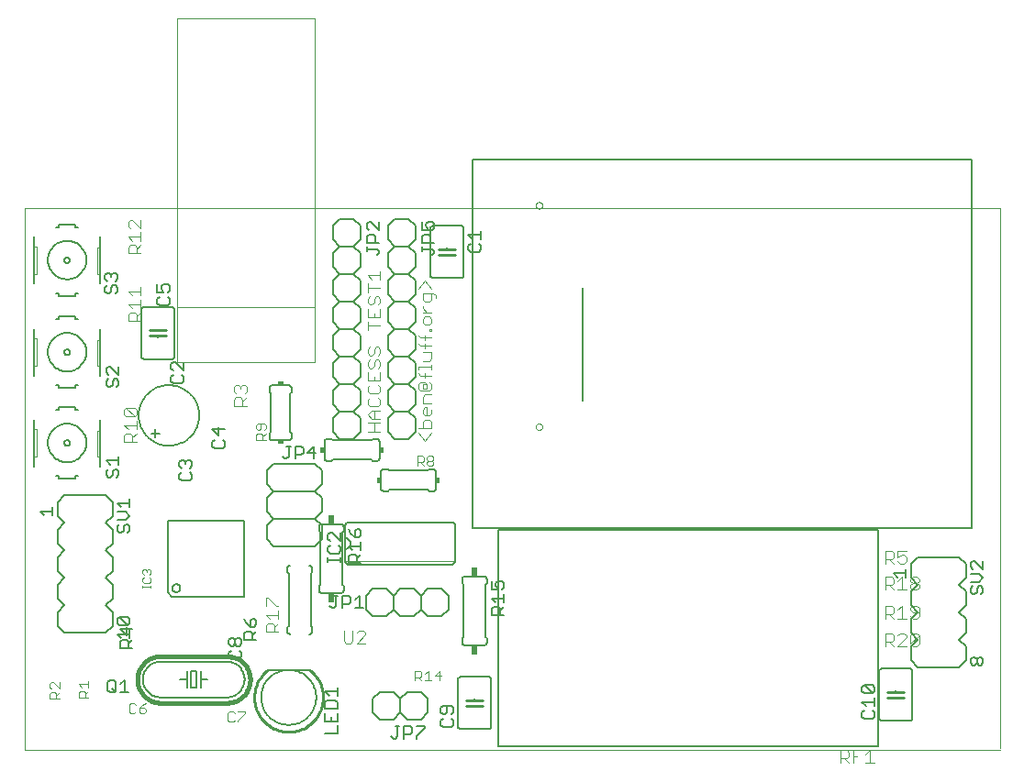
<source format=gto>
G75*
%MOIN*%
%OFA0B0*%
%FSLAX24Y24*%
%IPPOS*%
%LPD*%
%AMOC8*
5,1,8,0,0,1.08239X$1,22.5*
%
%ADD10C,0.0000*%
%ADD11C,0.0040*%
%ADD12C,0.0060*%
%ADD13C,0.0100*%
%ADD14C,0.0050*%
%ADD15C,0.0080*%
%ADD16C,0.0160*%
%ADD17C,0.0030*%
%ADD18R,0.0150X0.0200*%
%ADD19R,0.0200X0.0150*%
%ADD20C,0.0020*%
%ADD21R,0.0240X0.0340*%
D10*
X000280Y001107D02*
X035713Y001107D01*
X035713Y001157D02*
X035713Y020792D01*
X000280Y020792D01*
X000280Y001107D01*
X005830Y015207D02*
X010830Y015207D01*
X010830Y017207D01*
X010830Y027707D01*
X005830Y027707D01*
X005830Y017207D01*
X010830Y017207D01*
X005830Y017207D02*
X005830Y015207D01*
X018858Y012845D02*
X018860Y012866D01*
X018866Y012886D01*
X018875Y012906D01*
X018887Y012923D01*
X018902Y012937D01*
X018920Y012949D01*
X018940Y012957D01*
X018960Y012962D01*
X018981Y012963D01*
X019002Y012960D01*
X019022Y012954D01*
X019041Y012943D01*
X019058Y012930D01*
X019071Y012914D01*
X019082Y012896D01*
X019090Y012876D01*
X019094Y012856D01*
X019094Y012834D01*
X019090Y012814D01*
X019082Y012794D01*
X019071Y012776D01*
X019058Y012760D01*
X019041Y012747D01*
X019022Y012736D01*
X019002Y012730D01*
X018981Y012727D01*
X018960Y012728D01*
X018940Y012733D01*
X018920Y012741D01*
X018902Y012753D01*
X018887Y012767D01*
X018875Y012784D01*
X018866Y012804D01*
X018860Y012824D01*
X018858Y012845D01*
X018858Y020896D02*
X018860Y020917D01*
X018866Y020937D01*
X018875Y020957D01*
X018887Y020974D01*
X018902Y020988D01*
X018920Y021000D01*
X018940Y021008D01*
X018960Y021013D01*
X018981Y021014D01*
X019002Y021011D01*
X019022Y021005D01*
X019041Y020994D01*
X019058Y020981D01*
X019071Y020965D01*
X019082Y020947D01*
X019090Y020927D01*
X019094Y020907D01*
X019094Y020885D01*
X019090Y020865D01*
X019082Y020845D01*
X019071Y020827D01*
X019058Y020811D01*
X019041Y020798D01*
X019022Y020787D01*
X019002Y020781D01*
X018981Y020778D01*
X018960Y020779D01*
X018940Y020784D01*
X018920Y020792D01*
X018902Y020804D01*
X018887Y020818D01*
X018875Y020835D01*
X018866Y020855D01*
X018860Y020875D01*
X018858Y020896D01*
D11*
X015060Y017852D02*
X014830Y018159D01*
X014600Y017852D01*
X014753Y017698D02*
X014753Y017468D01*
X014830Y017391D01*
X014983Y017391D01*
X015060Y017468D01*
X015060Y017698D01*
X015137Y017698D02*
X014753Y017698D01*
X015137Y017698D02*
X015213Y017621D01*
X015213Y017545D01*
X014753Y017238D02*
X014753Y017161D01*
X014907Y017008D01*
X015060Y017008D02*
X014753Y017008D01*
X014830Y016854D02*
X014753Y016777D01*
X014753Y016624D01*
X014830Y016547D01*
X014983Y016547D01*
X015060Y016624D01*
X015060Y016777D01*
X014983Y016854D01*
X014830Y016854D01*
X014983Y016394D02*
X015060Y016394D01*
X015060Y016317D01*
X014983Y016317D01*
X014983Y016394D01*
X014830Y016164D02*
X014830Y016010D01*
X014830Y015857D02*
X014830Y015703D01*
X014753Y015550D02*
X015060Y015550D01*
X015060Y015319D01*
X014983Y015243D01*
X014753Y015243D01*
X014600Y015013D02*
X015060Y015013D01*
X015060Y015089D02*
X015060Y014936D01*
X015060Y014706D02*
X014676Y014706D01*
X014600Y014782D01*
X014600Y014936D02*
X014600Y015013D01*
X014830Y014782D02*
X014830Y014629D01*
X014830Y014475D02*
X014907Y014399D01*
X014753Y014399D01*
X014753Y014245D01*
X014907Y014245D01*
X014907Y014399D01*
X014983Y014475D02*
X015060Y014399D01*
X015060Y014245D01*
X014983Y014168D01*
X014676Y014168D01*
X014600Y014245D01*
X014600Y014399D01*
X014676Y014475D01*
X014830Y014475D01*
X014830Y014015D02*
X014753Y013938D01*
X014753Y013708D01*
X015060Y013708D01*
X014907Y013555D02*
X014907Y013248D01*
X014983Y013248D02*
X014830Y013248D01*
X014753Y013324D01*
X014753Y013478D01*
X014830Y013555D01*
X014907Y013555D01*
X015060Y013478D02*
X015060Y013324D01*
X014983Y013248D01*
X014983Y013094D02*
X014830Y013094D01*
X014753Y013018D01*
X014753Y012787D01*
X014600Y012787D02*
X015060Y012787D01*
X015060Y013018D01*
X014983Y013094D01*
X015060Y012634D02*
X014830Y012327D01*
X014600Y012634D01*
X014550Y011787D02*
X014725Y011787D01*
X014784Y011729D01*
X014784Y011612D01*
X014725Y011554D01*
X014550Y011554D01*
X014667Y011554D02*
X014784Y011437D01*
X014909Y011495D02*
X014909Y011554D01*
X014967Y011612D01*
X015084Y011612D01*
X015143Y011554D01*
X015143Y011495D01*
X015084Y011437D01*
X014967Y011437D01*
X014909Y011495D01*
X014967Y011612D02*
X014909Y011670D01*
X014909Y011729D01*
X014967Y011787D01*
X015084Y011787D01*
X015143Y011729D01*
X015143Y011670D01*
X015084Y011612D01*
X014550Y011437D02*
X014550Y011787D01*
X013210Y012677D02*
X012750Y012677D01*
X012980Y012677D02*
X012980Y012984D01*
X012980Y013137D02*
X012980Y013444D01*
X012903Y013444D02*
X013210Y013444D01*
X013133Y013598D02*
X013210Y013674D01*
X013210Y013828D01*
X013133Y013905D01*
X013133Y014058D02*
X013210Y014135D01*
X013210Y014288D01*
X013133Y014365D01*
X013210Y014518D02*
X012750Y014518D01*
X012750Y014825D01*
X012826Y014979D02*
X012903Y014979D01*
X012980Y015056D01*
X012980Y015209D01*
X013057Y015286D01*
X013133Y015286D01*
X013210Y015209D01*
X013210Y015056D01*
X013133Y014979D01*
X013210Y014825D02*
X013210Y014518D01*
X012980Y014518D02*
X012980Y014672D01*
X012826Y014979D02*
X012750Y015056D01*
X012750Y015209D01*
X012826Y015286D01*
X012826Y015439D02*
X012903Y015439D01*
X012980Y015516D01*
X012980Y015669D01*
X013057Y015746D01*
X013133Y015746D01*
X013210Y015669D01*
X013210Y015516D01*
X013133Y015439D01*
X012826Y015439D02*
X012750Y015516D01*
X012750Y015669D01*
X012826Y015746D01*
X012750Y016360D02*
X012750Y016667D01*
X012750Y016820D02*
X013210Y016820D01*
X013210Y017127D01*
X013133Y017281D02*
X013210Y017358D01*
X013210Y017511D01*
X013133Y017588D01*
X013057Y017588D01*
X012980Y017511D01*
X012980Y017358D01*
X012903Y017281D01*
X012826Y017281D01*
X012750Y017358D01*
X012750Y017511D01*
X012826Y017588D01*
X012750Y017741D02*
X012750Y018048D01*
X012750Y017895D02*
X013210Y017895D01*
X013210Y018202D02*
X013210Y018509D01*
X013210Y018355D02*
X012750Y018355D01*
X012903Y018202D01*
X012750Y017127D02*
X012750Y016820D01*
X012980Y016820D02*
X012980Y016974D01*
X013210Y016514D02*
X012750Y016514D01*
X014600Y016164D02*
X014676Y016087D01*
X015060Y016087D01*
X015060Y015780D02*
X014676Y015780D01*
X014600Y015857D01*
X012826Y014365D02*
X012750Y014288D01*
X012750Y014135D01*
X012826Y014058D01*
X013133Y014058D01*
X012826Y013905D02*
X012750Y013828D01*
X012750Y013674D01*
X012826Y013598D01*
X013133Y013598D01*
X012903Y013444D02*
X012750Y013291D01*
X012903Y013137D01*
X013210Y013137D01*
X013210Y012984D02*
X012750Y012984D01*
X014830Y014015D02*
X015060Y014015D01*
X009050Y012911D02*
X008992Y012970D01*
X008758Y012970D01*
X008700Y012911D01*
X008700Y012794D01*
X008758Y012736D01*
X008816Y012736D01*
X008875Y012794D01*
X008875Y012970D01*
X009050Y012911D02*
X009050Y012794D01*
X008992Y012736D01*
X009050Y012610D02*
X008933Y012494D01*
X008933Y012552D02*
X008933Y012377D01*
X009050Y012377D02*
X008700Y012377D01*
X008700Y012552D01*
X008758Y012610D01*
X008875Y012610D01*
X008933Y012552D01*
X008360Y013606D02*
X007900Y013606D01*
X007900Y013836D01*
X007976Y013913D01*
X008130Y013913D01*
X008207Y013836D01*
X008207Y013606D01*
X008207Y013760D02*
X008360Y013913D01*
X008283Y014067D02*
X008360Y014143D01*
X008360Y014297D01*
X008283Y014373D01*
X008207Y014373D01*
X008130Y014297D01*
X008130Y014220D01*
X008130Y014297D02*
X008053Y014373D01*
X007976Y014373D01*
X007900Y014297D01*
X007900Y014143D01*
X007976Y014067D01*
X004360Y013447D02*
X004360Y013293D01*
X004283Y013217D01*
X003976Y013523D01*
X004283Y013523D01*
X004360Y013447D01*
X004283Y013217D02*
X003976Y013217D01*
X003900Y013293D01*
X003900Y013447D01*
X003976Y013523D01*
X004360Y013063D02*
X004360Y012756D01*
X004360Y012603D02*
X004207Y012449D01*
X004207Y012526D02*
X004207Y012296D01*
X004360Y012296D02*
X003900Y012296D01*
X003900Y012526D01*
X003976Y012603D01*
X004130Y012603D01*
X004207Y012526D01*
X004053Y012756D02*
X003900Y012910D01*
X004360Y012910D01*
X004357Y016696D02*
X004357Y016926D01*
X004280Y017003D01*
X004126Y017003D01*
X004050Y016926D01*
X004050Y016696D01*
X004510Y016696D01*
X004357Y016849D02*
X004510Y017003D01*
X004510Y017156D02*
X004510Y017463D01*
X004510Y017310D02*
X004050Y017310D01*
X004203Y017156D01*
X004203Y017617D02*
X004050Y017770D01*
X004510Y017770D01*
X004510Y017617D02*
X004510Y017923D01*
X004510Y019146D02*
X004050Y019146D01*
X004050Y019376D01*
X004126Y019453D01*
X004280Y019453D01*
X004357Y019376D01*
X004357Y019146D01*
X004357Y019299D02*
X004510Y019453D01*
X004510Y019606D02*
X004510Y019913D01*
X004510Y019760D02*
X004050Y019760D01*
X004203Y019606D01*
X004126Y020067D02*
X004050Y020143D01*
X004050Y020297D01*
X004126Y020373D01*
X004203Y020373D01*
X004510Y020067D01*
X004510Y020373D01*
X009050Y006623D02*
X009126Y006623D01*
X009433Y006317D01*
X009510Y006317D01*
X009510Y006163D02*
X009510Y005856D01*
X009510Y005703D02*
X009357Y005549D01*
X009357Y005626D02*
X009357Y005396D01*
X009510Y005396D02*
X009050Y005396D01*
X009050Y005626D01*
X009126Y005703D01*
X009280Y005703D01*
X009357Y005626D01*
X009203Y005856D02*
X009050Y006010D01*
X009510Y006010D01*
X009050Y006317D02*
X009050Y006623D01*
X011900Y005437D02*
X011900Y005054D01*
X011977Y004977D01*
X012130Y004977D01*
X012207Y005054D01*
X012207Y005437D01*
X012360Y005361D02*
X012437Y005437D01*
X012591Y005437D01*
X012667Y005361D01*
X012667Y005284D01*
X012360Y004977D01*
X012667Y004977D01*
X014473Y003977D02*
X014473Y003627D01*
X014473Y003744D02*
X014648Y003744D01*
X014706Y003802D01*
X014706Y003919D01*
X014648Y003977D01*
X014473Y003977D01*
X014589Y003744D02*
X014706Y003627D01*
X014832Y003627D02*
X015065Y003627D01*
X014949Y003627D02*
X014949Y003977D01*
X014832Y003860D01*
X015191Y003802D02*
X015366Y003977D01*
X015366Y003627D01*
X015424Y003802D02*
X015191Y003802D01*
X002610Y003601D02*
X002610Y003368D01*
X002610Y003485D02*
X002260Y003485D01*
X002376Y003368D01*
X002318Y003242D02*
X002435Y003242D01*
X002493Y003184D01*
X002493Y003009D01*
X002493Y003125D02*
X002610Y003242D01*
X002610Y003009D02*
X002260Y003009D01*
X002260Y003184D01*
X002318Y003242D01*
X001560Y003192D02*
X001443Y003075D01*
X001443Y003134D02*
X001443Y002959D01*
X001560Y002959D02*
X001210Y002959D01*
X001210Y003134D01*
X001268Y003192D01*
X001385Y003192D01*
X001443Y003134D01*
X001560Y003318D02*
X001326Y003551D01*
X001268Y003551D01*
X001210Y003493D01*
X001210Y003376D01*
X001268Y003318D01*
X001560Y003318D02*
X001560Y003551D01*
X029919Y001087D02*
X029919Y000627D01*
X029919Y000780D02*
X030149Y000780D01*
X030226Y000857D01*
X030226Y001011D01*
X030149Y001087D01*
X029919Y001087D01*
X030072Y000780D02*
X030226Y000627D01*
X030379Y000627D02*
X030379Y001087D01*
X030686Y001087D01*
X030840Y000934D02*
X030993Y001087D01*
X030993Y000627D01*
X030840Y000627D02*
X031147Y000627D01*
X030533Y000857D02*
X030379Y000857D01*
X031550Y004877D02*
X031550Y005337D01*
X031780Y005337D01*
X031857Y005261D01*
X031857Y005107D01*
X031780Y005030D01*
X031550Y005030D01*
X031703Y005030D02*
X031857Y004877D01*
X032010Y004877D02*
X032317Y005184D01*
X032317Y005261D01*
X032241Y005337D01*
X032087Y005337D01*
X032010Y005261D01*
X032010Y004877D02*
X032317Y004877D01*
X032471Y004954D02*
X032778Y005261D01*
X032778Y004954D01*
X032701Y004877D01*
X032548Y004877D01*
X032471Y004954D01*
X032471Y005261D01*
X032548Y005337D01*
X032701Y005337D01*
X032778Y005261D01*
X032701Y005877D02*
X032548Y005877D01*
X032471Y005954D01*
X032548Y006107D02*
X032778Y006107D01*
X032778Y005954D02*
X032778Y006261D01*
X032701Y006337D01*
X032548Y006337D01*
X032471Y006261D01*
X032471Y006184D01*
X032548Y006107D01*
X032701Y005877D02*
X032778Y005954D01*
X032317Y005877D02*
X032010Y005877D01*
X031857Y005877D02*
X031703Y006030D01*
X031780Y006030D02*
X031550Y006030D01*
X031550Y005877D02*
X031550Y006337D01*
X031780Y006337D01*
X031857Y006261D01*
X031857Y006107D01*
X031780Y006030D01*
X032010Y006184D02*
X032164Y006337D01*
X032164Y005877D01*
X032164Y006927D02*
X032164Y007387D01*
X032010Y007234D01*
X031857Y007311D02*
X031857Y007157D01*
X031780Y007080D01*
X031550Y007080D01*
X031550Y006927D02*
X031550Y007387D01*
X031780Y007387D01*
X031857Y007311D01*
X031703Y007080D02*
X031857Y006927D01*
X032010Y006927D02*
X032317Y006927D01*
X032471Y007004D02*
X032548Y006927D01*
X032701Y006927D01*
X032778Y007004D01*
X032778Y007080D01*
X032701Y007157D01*
X032548Y007157D01*
X032471Y007234D01*
X032471Y007311D01*
X032548Y007387D01*
X032701Y007387D01*
X032778Y007311D01*
X032778Y007234D01*
X032701Y007157D01*
X032548Y007157D02*
X032471Y007080D01*
X032471Y007004D01*
X032241Y007877D02*
X032087Y007877D01*
X032010Y007954D01*
X032010Y008107D02*
X032164Y008184D01*
X032241Y008184D01*
X032317Y008107D01*
X032317Y007954D01*
X032241Y007877D01*
X032010Y008107D02*
X032010Y008337D01*
X032317Y008337D01*
X031857Y008261D02*
X031857Y008107D01*
X031780Y008030D01*
X031550Y008030D01*
X031550Y007877D02*
X031550Y008337D01*
X031780Y008337D01*
X031857Y008261D01*
X031703Y008030D02*
X031857Y007877D01*
D12*
X032480Y007857D02*
X032480Y007357D01*
X032730Y007107D01*
X032480Y006857D01*
X032480Y006357D01*
X032730Y006107D01*
X032480Y005857D01*
X032480Y005357D01*
X032730Y005107D01*
X032480Y004857D01*
X032480Y004357D01*
X032730Y004107D01*
X034230Y004107D01*
X034480Y004357D01*
X034480Y004857D01*
X034230Y005107D01*
X034480Y005357D01*
X034480Y005857D01*
X034230Y006107D01*
X034480Y006357D01*
X034480Y006857D01*
X034230Y007107D01*
X034480Y007357D01*
X034480Y007857D01*
X034230Y008107D01*
X032730Y008107D01*
X032480Y007857D01*
X032430Y004057D02*
X031430Y004057D01*
X031413Y004055D01*
X031396Y004051D01*
X031380Y004044D01*
X031366Y004034D01*
X031353Y004021D01*
X031343Y004007D01*
X031336Y003991D01*
X031332Y003974D01*
X031330Y003957D01*
X031330Y002257D01*
X031332Y002240D01*
X031336Y002223D01*
X031343Y002207D01*
X031353Y002193D01*
X031366Y002180D01*
X031380Y002170D01*
X031396Y002163D01*
X031413Y002159D01*
X031430Y002157D01*
X032430Y002157D01*
X032447Y002159D01*
X032464Y002163D01*
X032480Y002170D01*
X032494Y002180D01*
X032507Y002193D01*
X032517Y002207D01*
X032524Y002223D01*
X032528Y002240D01*
X032530Y002257D01*
X032530Y003957D01*
X032528Y003974D01*
X032524Y003991D01*
X032517Y004007D01*
X032507Y004021D01*
X032494Y004034D01*
X032480Y004044D01*
X032464Y004051D01*
X032447Y004055D01*
X032430Y004057D01*
X031930Y003257D02*
X031930Y003207D01*
X031930Y003007D02*
X031930Y002957D01*
X017230Y003657D02*
X017230Y001957D01*
X017228Y001940D01*
X017224Y001923D01*
X017217Y001907D01*
X017207Y001893D01*
X017194Y001880D01*
X017180Y001870D01*
X017164Y001863D01*
X017147Y001859D01*
X017130Y001857D01*
X016130Y001857D01*
X016113Y001859D01*
X016096Y001863D01*
X016080Y001870D01*
X016066Y001880D01*
X016053Y001893D01*
X016043Y001907D01*
X016036Y001923D01*
X016032Y001940D01*
X016030Y001957D01*
X016030Y003657D01*
X016032Y003674D01*
X016036Y003691D01*
X016043Y003707D01*
X016053Y003721D01*
X016066Y003734D01*
X016080Y003744D01*
X016096Y003751D01*
X016113Y003755D01*
X016130Y003757D01*
X017130Y003757D01*
X017147Y003755D01*
X017164Y003751D01*
X017180Y003744D01*
X017194Y003734D01*
X017207Y003721D01*
X017217Y003707D01*
X017224Y003691D01*
X017228Y003674D01*
X017230Y003657D01*
X016630Y002957D02*
X016630Y002907D01*
X016630Y002707D02*
X016630Y002657D01*
X014930Y002457D02*
X014680Y002207D01*
X014180Y002207D01*
X013930Y002457D01*
X013680Y002207D01*
X013180Y002207D01*
X012930Y002457D01*
X012930Y002957D01*
X013180Y003207D01*
X013680Y003207D01*
X013930Y002957D01*
X014180Y003207D01*
X014680Y003207D01*
X014930Y002957D01*
X014930Y002457D01*
X013930Y002457D02*
X013930Y002957D01*
X016280Y004907D02*
X016980Y004907D01*
X016997Y004909D01*
X017014Y004913D01*
X017030Y004920D01*
X017044Y004930D01*
X017057Y004943D01*
X017067Y004957D01*
X017074Y004973D01*
X017078Y004990D01*
X017080Y005007D01*
X017080Y005157D01*
X017030Y005207D01*
X017030Y007107D01*
X017080Y007157D01*
X017080Y007307D01*
X017078Y007324D01*
X017074Y007341D01*
X017067Y007357D01*
X017057Y007371D01*
X017044Y007384D01*
X017030Y007394D01*
X017014Y007401D01*
X016997Y007405D01*
X016980Y007407D01*
X016280Y007407D01*
X016263Y007405D01*
X016246Y007401D01*
X016230Y007394D01*
X016216Y007384D01*
X016203Y007371D01*
X016193Y007357D01*
X016186Y007341D01*
X016182Y007324D01*
X016180Y007307D01*
X016180Y007157D01*
X016230Y007107D01*
X016230Y005207D01*
X016180Y005157D01*
X016180Y005007D01*
X016182Y004990D01*
X016186Y004973D01*
X016193Y004957D01*
X016203Y004943D01*
X016216Y004930D01*
X016230Y004920D01*
X016246Y004913D01*
X016263Y004909D01*
X016280Y004907D01*
X015430Y005957D02*
X014930Y005957D01*
X014680Y006207D01*
X014430Y005957D01*
X013930Y005957D01*
X013680Y006207D01*
X013430Y005957D01*
X012930Y005957D01*
X012680Y006207D01*
X012680Y006707D01*
X012930Y006957D01*
X013430Y006957D01*
X013680Y006707D01*
X013930Y006957D01*
X014430Y006957D01*
X014680Y006707D01*
X014930Y006957D01*
X015430Y006957D01*
X015680Y006707D01*
X015680Y006207D01*
X015430Y005957D01*
X014680Y006207D02*
X014680Y006707D01*
X013680Y006707D02*
X013680Y006207D01*
X011880Y006907D02*
X011880Y007057D01*
X011830Y007107D01*
X011830Y009007D01*
X011880Y009057D01*
X011880Y009207D01*
X011930Y009227D02*
X011930Y008807D01*
X011930Y008407D01*
X011930Y007987D01*
X011932Y007964D01*
X011937Y007941D01*
X011946Y007919D01*
X011959Y007899D01*
X011974Y007881D01*
X011992Y007866D01*
X012012Y007853D01*
X012034Y007844D01*
X012057Y007839D01*
X012080Y007837D01*
X015780Y007837D01*
X015803Y007839D01*
X015826Y007844D01*
X015848Y007853D01*
X015868Y007866D01*
X015886Y007881D01*
X015901Y007899D01*
X015914Y007919D01*
X015923Y007941D01*
X015928Y007964D01*
X015930Y007987D01*
X015930Y009227D01*
X015928Y009250D01*
X015923Y009273D01*
X015914Y009295D01*
X015901Y009315D01*
X015886Y009333D01*
X015868Y009348D01*
X015848Y009361D01*
X015826Y009370D01*
X015803Y009375D01*
X015780Y009377D01*
X012080Y009377D01*
X012057Y009375D01*
X012034Y009370D01*
X012012Y009361D01*
X011992Y009348D01*
X011974Y009333D01*
X011959Y009315D01*
X011946Y009295D01*
X011937Y009273D01*
X011932Y009250D01*
X011930Y009227D01*
X011880Y009207D02*
X011878Y009224D01*
X011874Y009241D01*
X011867Y009257D01*
X011857Y009271D01*
X011844Y009284D01*
X011830Y009294D01*
X011814Y009301D01*
X011797Y009305D01*
X011780Y009307D01*
X011080Y009307D01*
X011080Y009257D02*
X011080Y008757D01*
X010830Y008507D01*
X009330Y008507D01*
X009080Y008757D01*
X009080Y009257D01*
X009330Y009507D01*
X010830Y009507D01*
X011080Y009257D01*
X011080Y009307D02*
X011063Y009305D01*
X011046Y009301D01*
X011030Y009294D01*
X011016Y009284D01*
X011003Y009271D01*
X010993Y009257D01*
X010986Y009241D01*
X010982Y009224D01*
X010980Y009207D01*
X010980Y009057D01*
X011030Y009007D01*
X011030Y007107D01*
X010980Y007057D01*
X010980Y006907D01*
X010982Y006890D01*
X010986Y006873D01*
X010993Y006857D01*
X011003Y006843D01*
X011016Y006830D01*
X011030Y006820D01*
X011046Y006813D01*
X011063Y006809D01*
X011080Y006807D01*
X011780Y006807D01*
X011797Y006809D01*
X011814Y006813D01*
X011830Y006820D01*
X011844Y006830D01*
X011857Y006843D01*
X011867Y006857D01*
X011874Y006873D01*
X011878Y006890D01*
X011880Y006907D01*
X010730Y007557D02*
X010680Y007507D01*
X010680Y005607D01*
X010730Y005557D01*
X010730Y005407D01*
X010728Y005390D01*
X010724Y005373D01*
X010717Y005357D01*
X010707Y005343D01*
X010694Y005330D01*
X010680Y005320D01*
X010664Y005313D01*
X010647Y005309D01*
X010630Y005307D01*
X009930Y005307D02*
X009913Y005309D01*
X009896Y005313D01*
X009880Y005320D01*
X009866Y005330D01*
X009853Y005343D01*
X009843Y005357D01*
X009836Y005373D01*
X009832Y005390D01*
X009830Y005407D01*
X009830Y005557D01*
X009880Y005607D01*
X009880Y007507D01*
X009830Y007557D01*
X009830Y007707D01*
X009832Y007724D01*
X009836Y007741D01*
X009843Y007757D01*
X009853Y007771D01*
X009866Y007784D01*
X009880Y007794D01*
X009896Y007801D01*
X009913Y007805D01*
X009930Y007807D01*
X010630Y007807D02*
X010647Y007805D01*
X010664Y007801D01*
X010680Y007794D01*
X010694Y007784D01*
X010707Y007771D01*
X010717Y007757D01*
X010724Y007741D01*
X010728Y007724D01*
X010730Y007707D01*
X010730Y007557D01*
X011930Y008407D02*
X011957Y008409D01*
X011984Y008414D01*
X012010Y008424D01*
X012034Y008436D01*
X012056Y008452D01*
X012076Y008470D01*
X012093Y008492D01*
X012108Y008515D01*
X012118Y008540D01*
X012126Y008566D01*
X012130Y008593D01*
X012130Y008621D01*
X012126Y008648D01*
X012118Y008674D01*
X012108Y008699D01*
X012093Y008722D01*
X012076Y008744D01*
X012056Y008762D01*
X012034Y008778D01*
X012010Y008790D01*
X011984Y008800D01*
X011957Y008805D01*
X011930Y008807D01*
X011080Y009757D02*
X010830Y009507D01*
X011080Y009757D02*
X011080Y010257D01*
X010830Y010507D01*
X009330Y010507D01*
X009080Y010257D01*
X009080Y009757D01*
X009330Y009507D01*
X009330Y010507D02*
X009080Y010757D01*
X009080Y011257D01*
X009330Y011507D01*
X010830Y011507D01*
X011080Y011257D01*
X011080Y010757D01*
X010830Y010507D01*
X011280Y011607D02*
X011430Y011607D01*
X011480Y011657D01*
X012880Y011657D01*
X012930Y011607D01*
X013080Y011607D01*
X013097Y011609D01*
X013114Y011613D01*
X013130Y011620D01*
X013144Y011630D01*
X013157Y011643D01*
X013167Y011657D01*
X013174Y011673D01*
X013178Y011690D01*
X013180Y011707D01*
X013180Y012307D01*
X013178Y012324D01*
X013174Y012341D01*
X013167Y012357D01*
X013157Y012371D01*
X013144Y012384D01*
X013130Y012394D01*
X013114Y012401D01*
X013097Y012405D01*
X013080Y012407D01*
X012930Y012407D01*
X012880Y012357D01*
X011480Y012357D01*
X011430Y012407D01*
X011280Y012407D01*
X011263Y012405D01*
X011246Y012401D01*
X011230Y012394D01*
X011216Y012384D01*
X011203Y012371D01*
X011193Y012357D01*
X011186Y012341D01*
X011182Y012324D01*
X011180Y012307D01*
X011180Y011707D01*
X011182Y011690D01*
X011186Y011673D01*
X011193Y011657D01*
X011203Y011643D01*
X011216Y011630D01*
X011230Y011620D01*
X011246Y011613D01*
X011263Y011609D01*
X011280Y011607D01*
X011730Y012407D02*
X011480Y012657D01*
X011480Y013157D01*
X011730Y013407D01*
X011480Y013657D01*
X011480Y014157D01*
X011730Y014407D01*
X011480Y014657D01*
X011480Y015157D01*
X011730Y015407D01*
X011480Y015657D01*
X011480Y016157D01*
X011730Y016407D01*
X011480Y016657D01*
X011480Y017157D01*
X011730Y017407D01*
X011480Y017657D01*
X011480Y018157D01*
X011730Y018407D01*
X011480Y018657D01*
X011480Y019157D01*
X011730Y019407D01*
X011480Y019657D01*
X011480Y020157D01*
X011730Y020407D01*
X012230Y020407D01*
X012480Y020157D01*
X012480Y019657D01*
X012230Y019407D01*
X012480Y019157D01*
X012480Y018657D01*
X012230Y018407D01*
X011730Y018407D01*
X012230Y018407D02*
X012480Y018157D01*
X012480Y017657D01*
X012230Y017407D01*
X012480Y017157D01*
X012480Y016657D01*
X012230Y016407D01*
X012480Y016157D01*
X012480Y015657D01*
X012230Y015407D01*
X011730Y015407D01*
X012230Y015407D02*
X012480Y015157D01*
X012480Y014657D01*
X012230Y014407D01*
X012480Y014157D01*
X012480Y013657D01*
X012230Y013407D01*
X012480Y013157D01*
X012480Y012657D01*
X012230Y012407D01*
X011730Y012407D01*
X011730Y013407D02*
X012230Y013407D01*
X012230Y014407D02*
X011730Y014407D01*
X009980Y014257D02*
X009980Y014107D01*
X009930Y014057D01*
X009930Y012657D01*
X009980Y012607D01*
X009980Y012457D01*
X009978Y012440D01*
X009974Y012423D01*
X009967Y012407D01*
X009957Y012393D01*
X009944Y012380D01*
X009930Y012370D01*
X009914Y012363D01*
X009897Y012359D01*
X009880Y012357D01*
X009280Y012357D01*
X009263Y012359D01*
X009246Y012363D01*
X009230Y012370D01*
X009216Y012380D01*
X009203Y012393D01*
X009193Y012407D01*
X009186Y012423D01*
X009182Y012440D01*
X009180Y012457D01*
X009180Y012607D01*
X009230Y012657D01*
X009230Y014057D01*
X009180Y014107D01*
X009180Y014257D01*
X009182Y014274D01*
X009186Y014291D01*
X009193Y014307D01*
X009203Y014321D01*
X009216Y014334D01*
X009230Y014344D01*
X009246Y014351D01*
X009263Y014355D01*
X009280Y014357D01*
X009880Y014357D01*
X009897Y014355D01*
X009914Y014351D01*
X009930Y014344D01*
X009944Y014334D01*
X009957Y014321D01*
X009967Y014307D01*
X009974Y014291D01*
X009978Y014274D01*
X009980Y014257D01*
X011730Y016407D02*
X012230Y016407D01*
X012230Y017407D02*
X011730Y017407D01*
X013480Y017657D02*
X013480Y018157D01*
X013730Y018407D01*
X013480Y018657D01*
X013480Y019157D01*
X013730Y019407D01*
X013480Y019657D01*
X013480Y020157D01*
X013730Y020407D01*
X014230Y020407D01*
X014480Y020157D01*
X014480Y019657D01*
X014230Y019407D01*
X014480Y019157D01*
X014480Y018657D01*
X014230Y018407D01*
X013730Y018407D01*
X014230Y018407D02*
X014480Y018157D01*
X014480Y017657D01*
X014230Y017407D01*
X014480Y017157D01*
X014480Y016657D01*
X014230Y016407D01*
X014480Y016157D01*
X014480Y015657D01*
X014230Y015407D01*
X013730Y015407D01*
X013480Y015657D01*
X013480Y016157D01*
X013730Y016407D01*
X013480Y016657D01*
X013480Y017157D01*
X013730Y017407D01*
X013480Y017657D01*
X013730Y017407D02*
X014230Y017407D01*
X014230Y016407D02*
X013730Y016407D01*
X013730Y015407D02*
X013480Y015157D01*
X013480Y014657D01*
X013730Y014407D01*
X013480Y014157D01*
X013480Y013657D01*
X013730Y013407D01*
X013480Y013157D01*
X013480Y012657D01*
X013730Y012407D01*
X014230Y012407D01*
X014480Y012657D01*
X014480Y013157D01*
X014230Y013407D01*
X013730Y013407D01*
X014230Y013407D02*
X014480Y013657D01*
X014480Y014157D01*
X014230Y014407D01*
X013730Y014407D01*
X014230Y014407D02*
X014480Y014657D01*
X014480Y015157D01*
X014230Y015407D01*
X015130Y018257D02*
X016130Y018257D01*
X016147Y018259D01*
X016164Y018263D01*
X016180Y018270D01*
X016194Y018280D01*
X016207Y018293D01*
X016217Y018307D01*
X016224Y018323D01*
X016228Y018340D01*
X016230Y018357D01*
X016230Y020057D01*
X016228Y020074D01*
X016224Y020091D01*
X016217Y020107D01*
X016207Y020121D01*
X016194Y020134D01*
X016180Y020144D01*
X016164Y020151D01*
X016147Y020155D01*
X016130Y020157D01*
X015130Y020157D01*
X015113Y020155D01*
X015096Y020151D01*
X015080Y020144D01*
X015066Y020134D01*
X015053Y020121D01*
X015043Y020107D01*
X015036Y020091D01*
X015032Y020074D01*
X015030Y020057D01*
X015030Y018357D01*
X015032Y018340D01*
X015036Y018323D01*
X015043Y018307D01*
X015053Y018293D01*
X015066Y018280D01*
X015080Y018270D01*
X015096Y018263D01*
X015113Y018259D01*
X015130Y018257D01*
X015630Y019057D02*
X015630Y019107D01*
X015630Y019307D02*
X015630Y019357D01*
X014230Y019407D02*
X013730Y019407D01*
X012230Y019407D02*
X011730Y019407D01*
X005730Y017107D02*
X005730Y015407D01*
X005728Y015390D01*
X005724Y015373D01*
X005717Y015357D01*
X005707Y015343D01*
X005694Y015330D01*
X005680Y015320D01*
X005664Y015313D01*
X005647Y015309D01*
X005630Y015307D01*
X004630Y015307D01*
X004613Y015309D01*
X004596Y015313D01*
X004580Y015320D01*
X004566Y015330D01*
X004553Y015343D01*
X004543Y015357D01*
X004536Y015373D01*
X004532Y015390D01*
X004530Y015407D01*
X004530Y017107D01*
X004532Y017124D01*
X004536Y017141D01*
X004543Y017157D01*
X004553Y017171D01*
X004566Y017184D01*
X004580Y017194D01*
X004596Y017201D01*
X004613Y017205D01*
X004630Y017207D01*
X005630Y017207D01*
X005647Y017205D01*
X005664Y017201D01*
X005680Y017194D01*
X005694Y017184D01*
X005707Y017171D01*
X005717Y017157D01*
X005724Y017141D01*
X005728Y017124D01*
X005730Y017107D01*
X005130Y016407D02*
X005130Y016357D01*
X005130Y016157D02*
X005130Y016107D01*
X003030Y016007D02*
X003030Y015057D01*
X003030Y014707D01*
X002230Y014357D02*
X002130Y014357D01*
X002130Y014257D01*
X001530Y014257D01*
X001530Y014357D01*
X001430Y014357D01*
X000630Y014707D02*
X000630Y015057D01*
X000630Y016057D01*
X000630Y016407D01*
X001430Y016757D02*
X001530Y016757D01*
X001530Y016857D01*
X002130Y016857D01*
X002130Y016757D01*
X002230Y016757D01*
X003030Y016407D02*
X003030Y016007D01*
X001730Y015557D02*
X001732Y015577D01*
X001738Y015595D01*
X001747Y015613D01*
X001759Y015628D01*
X001774Y015640D01*
X001792Y015649D01*
X001810Y015655D01*
X001830Y015657D01*
X001850Y015655D01*
X001868Y015649D01*
X001886Y015640D01*
X001901Y015628D01*
X001913Y015613D01*
X001922Y015595D01*
X001928Y015577D01*
X001930Y015557D01*
X001928Y015537D01*
X001922Y015519D01*
X001913Y015501D01*
X001901Y015486D01*
X001886Y015474D01*
X001868Y015465D01*
X001850Y015459D01*
X001830Y015457D01*
X001810Y015459D01*
X001792Y015465D01*
X001774Y015474D01*
X001759Y015486D01*
X001747Y015501D01*
X001738Y015519D01*
X001732Y015537D01*
X001730Y015557D01*
X001130Y015557D02*
X001132Y015609D01*
X001138Y015661D01*
X001148Y015713D01*
X001161Y015763D01*
X001178Y015813D01*
X001199Y015861D01*
X001224Y015907D01*
X001252Y015951D01*
X001283Y015993D01*
X001317Y016033D01*
X001354Y016070D01*
X001394Y016104D01*
X001436Y016135D01*
X001480Y016163D01*
X001526Y016188D01*
X001574Y016209D01*
X001624Y016226D01*
X001674Y016239D01*
X001726Y016249D01*
X001778Y016255D01*
X001830Y016257D01*
X001882Y016255D01*
X001934Y016249D01*
X001986Y016239D01*
X002036Y016226D01*
X002086Y016209D01*
X002134Y016188D01*
X002180Y016163D01*
X002224Y016135D01*
X002266Y016104D01*
X002306Y016070D01*
X002343Y016033D01*
X002377Y015993D01*
X002408Y015951D01*
X002436Y015907D01*
X002461Y015861D01*
X002482Y015813D01*
X002499Y015763D01*
X002512Y015713D01*
X002522Y015661D01*
X002528Y015609D01*
X002530Y015557D01*
X002528Y015505D01*
X002522Y015453D01*
X002512Y015401D01*
X002499Y015351D01*
X002482Y015301D01*
X002461Y015253D01*
X002436Y015207D01*
X002408Y015163D01*
X002377Y015121D01*
X002343Y015081D01*
X002306Y015044D01*
X002266Y015010D01*
X002224Y014979D01*
X002180Y014951D01*
X002134Y014926D01*
X002086Y014905D01*
X002036Y014888D01*
X001986Y014875D01*
X001934Y014865D01*
X001882Y014859D01*
X001830Y014857D01*
X001778Y014859D01*
X001726Y014865D01*
X001674Y014875D01*
X001624Y014888D01*
X001574Y014905D01*
X001526Y014926D01*
X001480Y014951D01*
X001436Y014979D01*
X001394Y015010D01*
X001354Y015044D01*
X001317Y015081D01*
X001283Y015121D01*
X001252Y015163D01*
X001224Y015207D01*
X001199Y015253D01*
X001178Y015301D01*
X001161Y015351D01*
X001148Y015401D01*
X001138Y015453D01*
X001132Y015505D01*
X001130Y015557D01*
X001530Y013557D02*
X001530Y013457D01*
X001430Y013457D01*
X001530Y013557D02*
X002130Y013557D01*
X002130Y013457D01*
X002230Y013457D01*
X003030Y013107D02*
X003030Y012707D01*
X003030Y011757D01*
X003030Y011407D01*
X002230Y011057D02*
X002130Y011057D01*
X002130Y010957D01*
X001530Y010957D01*
X001530Y011057D01*
X001430Y011057D01*
X001730Y010357D02*
X001480Y010107D01*
X001480Y009607D01*
X001730Y009357D01*
X001480Y009107D01*
X001480Y008607D01*
X001730Y008357D01*
X001480Y008107D01*
X001480Y007607D01*
X001730Y007357D01*
X001480Y007107D01*
X001480Y006607D01*
X001730Y006357D01*
X001480Y006107D01*
X001480Y005607D01*
X001730Y005357D01*
X003230Y005357D01*
X003480Y005607D01*
X003480Y006107D01*
X003230Y006357D01*
X003480Y006607D01*
X003480Y007107D01*
X003230Y007357D01*
X003480Y007607D01*
X003480Y008107D01*
X003230Y008357D01*
X003480Y008607D01*
X003480Y009107D01*
X003230Y009357D01*
X003480Y009607D01*
X003480Y010107D01*
X003230Y010357D01*
X001730Y010357D01*
X000630Y011407D02*
X000630Y011757D01*
X000630Y012757D01*
X000630Y013107D01*
X001730Y012257D02*
X001732Y012277D01*
X001738Y012295D01*
X001747Y012313D01*
X001759Y012328D01*
X001774Y012340D01*
X001792Y012349D01*
X001810Y012355D01*
X001830Y012357D01*
X001850Y012355D01*
X001868Y012349D01*
X001886Y012340D01*
X001901Y012328D01*
X001913Y012313D01*
X001922Y012295D01*
X001928Y012277D01*
X001930Y012257D01*
X001928Y012237D01*
X001922Y012219D01*
X001913Y012201D01*
X001901Y012186D01*
X001886Y012174D01*
X001868Y012165D01*
X001850Y012159D01*
X001830Y012157D01*
X001810Y012159D01*
X001792Y012165D01*
X001774Y012174D01*
X001759Y012186D01*
X001747Y012201D01*
X001738Y012219D01*
X001732Y012237D01*
X001730Y012257D01*
X001130Y012257D02*
X001132Y012309D01*
X001138Y012361D01*
X001148Y012413D01*
X001161Y012463D01*
X001178Y012513D01*
X001199Y012561D01*
X001224Y012607D01*
X001252Y012651D01*
X001283Y012693D01*
X001317Y012733D01*
X001354Y012770D01*
X001394Y012804D01*
X001436Y012835D01*
X001480Y012863D01*
X001526Y012888D01*
X001574Y012909D01*
X001624Y012926D01*
X001674Y012939D01*
X001726Y012949D01*
X001778Y012955D01*
X001830Y012957D01*
X001882Y012955D01*
X001934Y012949D01*
X001986Y012939D01*
X002036Y012926D01*
X002086Y012909D01*
X002134Y012888D01*
X002180Y012863D01*
X002224Y012835D01*
X002266Y012804D01*
X002306Y012770D01*
X002343Y012733D01*
X002377Y012693D01*
X002408Y012651D01*
X002436Y012607D01*
X002461Y012561D01*
X002482Y012513D01*
X002499Y012463D01*
X002512Y012413D01*
X002522Y012361D01*
X002528Y012309D01*
X002530Y012257D01*
X002528Y012205D01*
X002522Y012153D01*
X002512Y012101D01*
X002499Y012051D01*
X002482Y012001D01*
X002461Y011953D01*
X002436Y011907D01*
X002408Y011863D01*
X002377Y011821D01*
X002343Y011781D01*
X002306Y011744D01*
X002266Y011710D01*
X002224Y011679D01*
X002180Y011651D01*
X002134Y011626D01*
X002086Y011605D01*
X002036Y011588D01*
X001986Y011575D01*
X001934Y011565D01*
X001882Y011559D01*
X001830Y011557D01*
X001778Y011559D01*
X001726Y011565D01*
X001674Y011575D01*
X001624Y011588D01*
X001574Y011605D01*
X001526Y011626D01*
X001480Y011651D01*
X001436Y011679D01*
X001394Y011710D01*
X001354Y011744D01*
X001317Y011781D01*
X001283Y011821D01*
X001252Y011863D01*
X001224Y011907D01*
X001199Y011953D01*
X001178Y012001D01*
X001161Y012051D01*
X001148Y012101D01*
X001138Y012153D01*
X001132Y012205D01*
X001130Y012257D01*
X004880Y012607D02*
X005030Y012607D01*
X005030Y012757D01*
X005030Y012607D02*
X005180Y012607D01*
X005030Y012607D02*
X005030Y012457D01*
X004430Y013257D02*
X004432Y013323D01*
X004438Y013388D01*
X004448Y013453D01*
X004461Y013518D01*
X004479Y013581D01*
X004500Y013644D01*
X004525Y013704D01*
X004554Y013764D01*
X004586Y013821D01*
X004621Y013877D01*
X004660Y013930D01*
X004702Y013981D01*
X004746Y014029D01*
X004794Y014074D01*
X004844Y014117D01*
X004897Y014156D01*
X004952Y014193D01*
X005009Y014226D01*
X005068Y014255D01*
X005128Y014281D01*
X005190Y014303D01*
X005253Y014322D01*
X005317Y014336D01*
X005382Y014347D01*
X005448Y014354D01*
X005514Y014357D01*
X005579Y014356D01*
X005645Y014351D01*
X005710Y014342D01*
X005775Y014329D01*
X005838Y014313D01*
X005901Y014293D01*
X005962Y014268D01*
X006022Y014241D01*
X006080Y014210D01*
X006136Y014175D01*
X006190Y014137D01*
X006241Y014096D01*
X006290Y014052D01*
X006336Y014005D01*
X006380Y013956D01*
X006420Y013904D01*
X006457Y013849D01*
X006491Y013793D01*
X006521Y013734D01*
X006548Y013674D01*
X006571Y013613D01*
X006590Y013550D01*
X006606Y013486D01*
X006618Y013421D01*
X006626Y013356D01*
X006630Y013290D01*
X006630Y013224D01*
X006626Y013158D01*
X006618Y013093D01*
X006606Y013028D01*
X006590Y012964D01*
X006571Y012901D01*
X006548Y012840D01*
X006521Y012780D01*
X006491Y012721D01*
X006457Y012665D01*
X006420Y012610D01*
X006380Y012558D01*
X006336Y012509D01*
X006290Y012462D01*
X006241Y012418D01*
X006190Y012377D01*
X006136Y012339D01*
X006080Y012304D01*
X006022Y012273D01*
X005962Y012246D01*
X005901Y012221D01*
X005838Y012201D01*
X005775Y012185D01*
X005710Y012172D01*
X005645Y012163D01*
X005579Y012158D01*
X005514Y012157D01*
X005448Y012160D01*
X005382Y012167D01*
X005317Y012178D01*
X005253Y012192D01*
X005190Y012211D01*
X005128Y012233D01*
X005068Y012259D01*
X005009Y012288D01*
X004952Y012321D01*
X004897Y012358D01*
X004844Y012397D01*
X004794Y012440D01*
X004746Y012485D01*
X004702Y012533D01*
X004660Y012584D01*
X004621Y012637D01*
X004586Y012693D01*
X004554Y012750D01*
X004525Y012810D01*
X004500Y012870D01*
X004479Y012933D01*
X004461Y012996D01*
X004448Y013061D01*
X004438Y013126D01*
X004432Y013191D01*
X004430Y013257D01*
X005500Y009437D02*
X005500Y006817D01*
X005640Y006677D01*
X008260Y006677D01*
X008260Y009437D01*
X005500Y009437D01*
X005659Y006977D02*
X005661Y007000D01*
X005667Y007023D01*
X005676Y007044D01*
X005689Y007064D01*
X005705Y007081D01*
X005723Y007095D01*
X005743Y007106D01*
X005765Y007114D01*
X005788Y007118D01*
X005812Y007118D01*
X005835Y007114D01*
X005857Y007106D01*
X005877Y007095D01*
X005895Y007081D01*
X005911Y007064D01*
X005924Y007044D01*
X005933Y007023D01*
X005939Y007000D01*
X005941Y006977D01*
X005939Y006954D01*
X005933Y006931D01*
X005924Y006910D01*
X005911Y006890D01*
X005895Y006873D01*
X005877Y006859D01*
X005857Y006848D01*
X005835Y006840D01*
X005812Y006836D01*
X005788Y006836D01*
X005765Y006840D01*
X005743Y006848D01*
X005723Y006859D01*
X005705Y006873D01*
X005689Y006890D01*
X005676Y006910D01*
X005667Y006931D01*
X005661Y006954D01*
X005659Y006977D01*
X005230Y004307D02*
X007630Y004307D01*
X007680Y004305D01*
X007729Y004299D01*
X007778Y004290D01*
X007826Y004277D01*
X007873Y004260D01*
X007918Y004240D01*
X007962Y004216D01*
X008004Y004189D01*
X008044Y004158D01*
X008081Y004125D01*
X008115Y004089D01*
X008147Y004051D01*
X008176Y004010D01*
X008201Y003968D01*
X008223Y003923D01*
X008242Y003877D01*
X008257Y003829D01*
X008268Y003781D01*
X008276Y003732D01*
X008280Y003682D01*
X008280Y003632D01*
X008276Y003582D01*
X008268Y003533D01*
X008257Y003485D01*
X008242Y003437D01*
X008223Y003391D01*
X008201Y003346D01*
X008176Y003304D01*
X008147Y003263D01*
X008115Y003225D01*
X008081Y003189D01*
X008044Y003156D01*
X008004Y003125D01*
X007962Y003098D01*
X007918Y003074D01*
X007873Y003054D01*
X007826Y003037D01*
X007778Y003024D01*
X007729Y003015D01*
X007680Y003009D01*
X007630Y003007D01*
X005230Y003007D01*
X006180Y003357D02*
X006180Y003657D01*
X005930Y003657D01*
X006180Y003657D02*
X006180Y003957D01*
X006330Y003957D02*
X006330Y003357D01*
X006530Y003357D01*
X006530Y003957D01*
X006330Y003957D01*
X006680Y003957D02*
X006680Y003657D01*
X006930Y003657D01*
X006680Y003657D02*
X006680Y003357D01*
X005230Y003007D02*
X005180Y003009D01*
X005131Y003015D01*
X005082Y003024D01*
X005034Y003037D01*
X004987Y003054D01*
X004942Y003074D01*
X004898Y003098D01*
X004856Y003125D01*
X004816Y003156D01*
X004779Y003189D01*
X004745Y003225D01*
X004713Y003263D01*
X004684Y003304D01*
X004659Y003346D01*
X004637Y003391D01*
X004618Y003437D01*
X004603Y003485D01*
X004592Y003533D01*
X004584Y003582D01*
X004580Y003632D01*
X004580Y003682D01*
X004584Y003732D01*
X004592Y003781D01*
X004603Y003829D01*
X004618Y003877D01*
X004637Y003923D01*
X004659Y003968D01*
X004684Y004010D01*
X004713Y004051D01*
X004745Y004089D01*
X004779Y004125D01*
X004816Y004158D01*
X004856Y004189D01*
X004898Y004216D01*
X004942Y004240D01*
X004987Y004260D01*
X005034Y004277D01*
X005082Y004290D01*
X005131Y004299D01*
X005180Y004305D01*
X005230Y004307D01*
X008880Y003007D02*
X008882Y003070D01*
X008888Y003132D01*
X008898Y003194D01*
X008911Y003256D01*
X008929Y003316D01*
X008950Y003375D01*
X008975Y003433D01*
X009004Y003489D01*
X009036Y003543D01*
X009071Y003595D01*
X009109Y003644D01*
X009151Y003692D01*
X009195Y003736D01*
X009243Y003778D01*
X009292Y003816D01*
X009344Y003851D01*
X009398Y003883D01*
X009454Y003912D01*
X009512Y003937D01*
X009571Y003958D01*
X009631Y003976D01*
X009693Y003989D01*
X009755Y003999D01*
X009817Y004005D01*
X009880Y004007D01*
X009943Y004005D01*
X010005Y003999D01*
X010067Y003989D01*
X010129Y003976D01*
X010189Y003958D01*
X010248Y003937D01*
X010306Y003912D01*
X010362Y003883D01*
X010416Y003851D01*
X010468Y003816D01*
X010517Y003778D01*
X010565Y003736D01*
X010609Y003692D01*
X010651Y003644D01*
X010689Y003595D01*
X010724Y003543D01*
X010756Y003489D01*
X010785Y003433D01*
X010810Y003375D01*
X010831Y003316D01*
X010849Y003256D01*
X010862Y003194D01*
X010872Y003132D01*
X010878Y003070D01*
X010880Y003007D01*
X010878Y002944D01*
X010872Y002882D01*
X010862Y002820D01*
X010849Y002758D01*
X010831Y002698D01*
X010810Y002639D01*
X010785Y002581D01*
X010756Y002525D01*
X010724Y002471D01*
X010689Y002419D01*
X010651Y002370D01*
X010609Y002322D01*
X010565Y002278D01*
X010517Y002236D01*
X010468Y002198D01*
X010416Y002163D01*
X010362Y002131D01*
X010306Y002102D01*
X010248Y002077D01*
X010189Y002056D01*
X010129Y002038D01*
X010067Y002025D01*
X010005Y002015D01*
X009943Y002009D01*
X009880Y002007D01*
X009817Y002009D01*
X009755Y002015D01*
X009693Y002025D01*
X009631Y002038D01*
X009571Y002056D01*
X009512Y002077D01*
X009454Y002102D01*
X009398Y002131D01*
X009344Y002163D01*
X009292Y002198D01*
X009243Y002236D01*
X009195Y002278D01*
X009151Y002322D01*
X009109Y002370D01*
X009071Y002419D01*
X009036Y002471D01*
X009004Y002525D01*
X008975Y002581D01*
X008950Y002639D01*
X008929Y002698D01*
X008911Y002758D01*
X008898Y002820D01*
X008888Y002882D01*
X008882Y002944D01*
X008880Y003007D01*
X013330Y010507D02*
X013480Y010507D01*
X013530Y010557D01*
X014930Y010557D01*
X014980Y010507D01*
X015130Y010507D01*
X015147Y010509D01*
X015164Y010513D01*
X015180Y010520D01*
X015194Y010530D01*
X015207Y010543D01*
X015217Y010557D01*
X015224Y010573D01*
X015228Y010590D01*
X015230Y010607D01*
X015230Y011207D01*
X015228Y011224D01*
X015224Y011241D01*
X015217Y011257D01*
X015207Y011271D01*
X015194Y011284D01*
X015180Y011294D01*
X015164Y011301D01*
X015147Y011305D01*
X015130Y011307D01*
X014980Y011307D01*
X014930Y011257D01*
X013530Y011257D01*
X013480Y011307D01*
X013330Y011307D01*
X013313Y011305D01*
X013296Y011301D01*
X013280Y011294D01*
X013266Y011284D01*
X013253Y011271D01*
X013243Y011257D01*
X013236Y011241D01*
X013232Y011224D01*
X013230Y011207D01*
X013230Y010607D01*
X013232Y010590D01*
X013236Y010573D01*
X013243Y010557D01*
X013253Y010543D01*
X013266Y010530D01*
X013280Y010520D01*
X013296Y010513D01*
X013313Y010509D01*
X013330Y010507D01*
X003030Y018057D02*
X003030Y018407D01*
X003030Y019357D01*
X003030Y019757D01*
X002230Y020107D02*
X002130Y020107D01*
X002130Y020207D01*
X001530Y020207D01*
X001530Y020107D01*
X001430Y020107D01*
X000630Y019757D02*
X000630Y019407D01*
X000630Y018407D01*
X000630Y018057D01*
X001430Y017707D02*
X001530Y017707D01*
X001530Y017607D01*
X002130Y017607D01*
X002130Y017707D01*
X002230Y017707D01*
X001730Y018907D02*
X001732Y018927D01*
X001738Y018945D01*
X001747Y018963D01*
X001759Y018978D01*
X001774Y018990D01*
X001792Y018999D01*
X001810Y019005D01*
X001830Y019007D01*
X001850Y019005D01*
X001868Y018999D01*
X001886Y018990D01*
X001901Y018978D01*
X001913Y018963D01*
X001922Y018945D01*
X001928Y018927D01*
X001930Y018907D01*
X001928Y018887D01*
X001922Y018869D01*
X001913Y018851D01*
X001901Y018836D01*
X001886Y018824D01*
X001868Y018815D01*
X001850Y018809D01*
X001830Y018807D01*
X001810Y018809D01*
X001792Y018815D01*
X001774Y018824D01*
X001759Y018836D01*
X001747Y018851D01*
X001738Y018869D01*
X001732Y018887D01*
X001730Y018907D01*
X001130Y018907D02*
X001132Y018959D01*
X001138Y019011D01*
X001148Y019063D01*
X001161Y019113D01*
X001178Y019163D01*
X001199Y019211D01*
X001224Y019257D01*
X001252Y019301D01*
X001283Y019343D01*
X001317Y019383D01*
X001354Y019420D01*
X001394Y019454D01*
X001436Y019485D01*
X001480Y019513D01*
X001526Y019538D01*
X001574Y019559D01*
X001624Y019576D01*
X001674Y019589D01*
X001726Y019599D01*
X001778Y019605D01*
X001830Y019607D01*
X001882Y019605D01*
X001934Y019599D01*
X001986Y019589D01*
X002036Y019576D01*
X002086Y019559D01*
X002134Y019538D01*
X002180Y019513D01*
X002224Y019485D01*
X002266Y019454D01*
X002306Y019420D01*
X002343Y019383D01*
X002377Y019343D01*
X002408Y019301D01*
X002436Y019257D01*
X002461Y019211D01*
X002482Y019163D01*
X002499Y019113D01*
X002512Y019063D01*
X002522Y019011D01*
X002528Y018959D01*
X002530Y018907D01*
X002528Y018855D01*
X002522Y018803D01*
X002512Y018751D01*
X002499Y018701D01*
X002482Y018651D01*
X002461Y018603D01*
X002436Y018557D01*
X002408Y018513D01*
X002377Y018471D01*
X002343Y018431D01*
X002306Y018394D01*
X002266Y018360D01*
X002224Y018329D01*
X002180Y018301D01*
X002134Y018276D01*
X002086Y018255D01*
X002036Y018238D01*
X001986Y018225D01*
X001934Y018215D01*
X001882Y018209D01*
X001830Y018207D01*
X001778Y018209D01*
X001726Y018215D01*
X001674Y018225D01*
X001624Y018238D01*
X001574Y018255D01*
X001526Y018276D01*
X001480Y018301D01*
X001436Y018329D01*
X001394Y018360D01*
X001354Y018394D01*
X001317Y018431D01*
X001283Y018471D01*
X001252Y018513D01*
X001224Y018557D01*
X001199Y018603D01*
X001178Y018651D01*
X001161Y018701D01*
X001148Y018751D01*
X001138Y018803D01*
X001132Y018855D01*
X001130Y018907D01*
D13*
X004830Y016357D02*
X005130Y016357D01*
X005430Y016357D01*
X005430Y016157D02*
X005130Y016157D01*
X004830Y016157D01*
X015330Y019107D02*
X015630Y019107D01*
X015930Y019107D01*
X015930Y019307D02*
X015630Y019307D01*
X015330Y019307D01*
X031630Y003207D02*
X031930Y003207D01*
X032230Y003207D01*
X032230Y003007D02*
X031930Y003007D01*
X031630Y003007D01*
X016930Y002907D02*
X016630Y002907D01*
X016330Y002907D01*
X016330Y002707D02*
X016630Y002707D01*
X016930Y002707D01*
X010630Y004007D02*
X010684Y003964D01*
X010736Y003918D01*
X010785Y003869D01*
X010832Y003817D01*
X010875Y003763D01*
X010916Y003707D01*
X010953Y003648D01*
X010987Y003588D01*
X011017Y003525D01*
X011044Y003462D01*
X011068Y003396D01*
X011088Y003330D01*
X011104Y003262D01*
X011116Y003194D01*
X011124Y003125D01*
X011129Y003056D01*
X011130Y002986D01*
X011127Y002917D01*
X011120Y002848D01*
X011109Y002780D01*
X011095Y002712D01*
X011076Y002645D01*
X011054Y002579D01*
X011029Y002514D01*
X011000Y002451D01*
X010967Y002390D01*
X010931Y002331D01*
X010892Y002274D01*
X010850Y002218D01*
X010805Y002166D01*
X010757Y002116D01*
X010706Y002069D01*
X010652Y002024D01*
X010597Y001983D01*
X010539Y001945D01*
X010479Y001910D01*
X010417Y001878D01*
X010354Y001850D01*
X010289Y001826D01*
X010223Y001805D01*
X010155Y001788D01*
X010087Y001774D01*
X010018Y001765D01*
X009949Y001759D01*
X009880Y001757D01*
X009811Y001759D01*
X009742Y001765D01*
X009673Y001774D01*
X009605Y001788D01*
X009537Y001805D01*
X009471Y001826D01*
X009406Y001850D01*
X009343Y001878D01*
X009281Y001910D01*
X009221Y001945D01*
X009163Y001983D01*
X009108Y002024D01*
X009054Y002069D01*
X009003Y002116D01*
X008955Y002166D01*
X008910Y002218D01*
X008868Y002274D01*
X008829Y002331D01*
X008793Y002390D01*
X008760Y002451D01*
X008731Y002514D01*
X008706Y002579D01*
X008684Y002645D01*
X008665Y002712D01*
X008651Y002780D01*
X008640Y002848D01*
X008633Y002917D01*
X008630Y002986D01*
X008631Y003056D01*
X008636Y003125D01*
X008644Y003194D01*
X008656Y003262D01*
X008672Y003330D01*
X008692Y003396D01*
X008716Y003462D01*
X008743Y003525D01*
X008773Y003588D01*
X008807Y003648D01*
X008844Y003707D01*
X008885Y003763D01*
X008928Y003817D01*
X008975Y003869D01*
X009024Y003918D01*
X009076Y003964D01*
X009130Y004007D01*
D14*
X008155Y004486D02*
X008155Y004636D01*
X008080Y004711D01*
X008080Y004872D02*
X008005Y004872D01*
X007930Y004947D01*
X007930Y005097D01*
X008005Y005172D01*
X008080Y005172D01*
X008155Y005097D01*
X008155Y004947D01*
X008080Y004872D01*
X007930Y004947D02*
X007855Y004872D01*
X007780Y004872D01*
X007705Y004947D01*
X007705Y005097D01*
X007780Y005172D01*
X007855Y005172D01*
X007930Y005097D01*
X008255Y005111D02*
X008255Y005336D01*
X008330Y005411D01*
X008480Y005411D01*
X008555Y005336D01*
X008555Y005111D01*
X008705Y005111D02*
X008255Y005111D01*
X008555Y005261D02*
X008705Y005411D01*
X008630Y005572D02*
X008480Y005572D01*
X008480Y005797D01*
X008555Y005872D01*
X008630Y005872D01*
X008705Y005797D01*
X008705Y005647D01*
X008630Y005572D01*
X008480Y005572D02*
X008330Y005722D01*
X008255Y005872D01*
X007780Y004711D02*
X007705Y004636D01*
X007705Y004486D01*
X007780Y004411D01*
X008080Y004411D01*
X008155Y004486D01*
X011195Y003213D02*
X011645Y003213D01*
X011645Y003063D02*
X011645Y003363D01*
X011345Y003063D02*
X011195Y003213D01*
X011270Y002903D02*
X011195Y002828D01*
X011195Y002603D01*
X011645Y002603D01*
X011645Y002828D01*
X011570Y002903D01*
X011270Y002903D01*
X011195Y002443D02*
X011195Y002142D01*
X011645Y002142D01*
X011645Y002443D01*
X011420Y002292D02*
X011420Y002142D01*
X011645Y001982D02*
X011645Y001682D01*
X011195Y001682D01*
X013604Y001587D02*
X013679Y001512D01*
X013754Y001512D01*
X013829Y001587D01*
X013829Y001962D01*
X013754Y001962D02*
X013904Y001962D01*
X014064Y001962D02*
X014289Y001962D01*
X014364Y001887D01*
X014364Y001737D01*
X014289Y001662D01*
X014064Y001662D01*
X014064Y001512D02*
X014064Y001962D01*
X014525Y001962D02*
X014825Y001962D01*
X014825Y001887D01*
X014525Y001587D01*
X014525Y001512D01*
X015405Y002007D02*
X015480Y001932D01*
X015780Y001932D01*
X015855Y002007D01*
X015855Y002157D01*
X015780Y002232D01*
X015780Y002392D02*
X015855Y002467D01*
X015855Y002617D01*
X015780Y002693D01*
X015480Y002693D01*
X015405Y002617D01*
X015405Y002467D01*
X015480Y002392D01*
X015555Y002392D01*
X015630Y002467D01*
X015630Y002693D01*
X015480Y002232D02*
X015405Y002157D01*
X015405Y002007D01*
X017500Y001233D02*
X017500Y009107D01*
X031280Y009107D01*
X031280Y001233D01*
X017500Y001233D01*
X017555Y006001D02*
X017555Y006226D01*
X017480Y006301D01*
X017330Y006301D01*
X017255Y006226D01*
X017255Y006001D01*
X017705Y006001D01*
X017555Y006151D02*
X017705Y006301D01*
X017705Y006461D02*
X017705Y006761D01*
X017705Y006611D02*
X017255Y006611D01*
X017405Y006461D01*
X017480Y006922D02*
X017255Y006922D01*
X017255Y007222D01*
X017405Y007147D02*
X017480Y007222D01*
X017630Y007222D01*
X017705Y007147D01*
X017705Y006997D01*
X017630Y006922D01*
X017480Y006922D02*
X017405Y007072D01*
X017405Y007147D01*
X016575Y009164D02*
X016575Y022550D01*
X034685Y022550D01*
X034685Y009164D01*
X016575Y009164D01*
X012596Y006252D02*
X012296Y006252D01*
X012446Y006252D02*
X012446Y006702D01*
X012296Y006552D01*
X012136Y006477D02*
X012061Y006402D01*
X011835Y006402D01*
X011835Y006252D02*
X011835Y006702D01*
X012061Y006702D01*
X012136Y006627D01*
X012136Y006477D01*
X011675Y006702D02*
X011525Y006702D01*
X011600Y006702D02*
X011600Y006327D01*
X011525Y006252D01*
X011450Y006252D01*
X011375Y006327D01*
X011305Y007932D02*
X011305Y008082D01*
X011305Y008007D02*
X011755Y008007D01*
X011755Y007932D02*
X011755Y008082D01*
X011680Y008239D02*
X011755Y008314D01*
X011755Y008464D01*
X011680Y008539D01*
X011755Y008699D02*
X011455Y008999D01*
X011380Y008999D01*
X011305Y008924D01*
X011305Y008774D01*
X011380Y008699D01*
X011380Y008539D02*
X011305Y008464D01*
X011305Y008314D01*
X011380Y008239D01*
X011680Y008239D01*
X012055Y008126D02*
X012055Y007901D01*
X012505Y007901D01*
X012355Y007901D02*
X012355Y008126D01*
X012280Y008201D01*
X012130Y008201D01*
X012055Y008126D01*
X012205Y008361D02*
X012055Y008511D01*
X012505Y008511D01*
X012505Y008361D02*
X012505Y008661D01*
X012430Y008822D02*
X012505Y008897D01*
X012505Y009047D01*
X012430Y009122D01*
X012355Y009122D01*
X012280Y009047D01*
X012280Y008822D01*
X012430Y008822D01*
X012280Y008822D02*
X012130Y008972D01*
X012055Y009122D01*
X011755Y008999D02*
X011755Y008699D01*
X012355Y008051D02*
X012505Y008201D01*
X010801Y011682D02*
X010801Y012132D01*
X010576Y011907D01*
X010876Y011907D01*
X010416Y011907D02*
X010416Y012057D01*
X010341Y012132D01*
X010115Y012132D01*
X010115Y011682D01*
X010115Y011832D02*
X010341Y011832D01*
X010416Y011907D01*
X009955Y012132D02*
X009805Y012132D01*
X009880Y012132D02*
X009880Y011757D01*
X009805Y011682D01*
X009730Y011682D01*
X009655Y011757D01*
X007555Y012136D02*
X007555Y012286D01*
X007480Y012361D01*
X007330Y012522D02*
X007330Y012822D01*
X007555Y012747D02*
X007105Y012747D01*
X007330Y012522D01*
X007180Y012361D02*
X007105Y012286D01*
X007105Y012136D01*
X007180Y012061D01*
X007480Y012061D01*
X007555Y012136D01*
X006355Y011567D02*
X006355Y011417D01*
X006280Y011342D01*
X006280Y011182D02*
X006355Y011107D01*
X006355Y010957D01*
X006280Y010882D01*
X005980Y010882D01*
X005905Y010957D01*
X005905Y011107D01*
X005980Y011182D01*
X005980Y011342D02*
X005905Y011417D01*
X005905Y011567D01*
X005980Y011643D01*
X006055Y011643D01*
X006130Y011567D01*
X006205Y011643D01*
X006280Y011643D01*
X006355Y011567D01*
X006130Y011567D02*
X006130Y011492D01*
X004105Y010222D02*
X004105Y009922D01*
X004105Y010072D02*
X003655Y010072D01*
X003805Y009922D01*
X003955Y009761D02*
X003655Y009761D01*
X003955Y009761D02*
X004105Y009611D01*
X003955Y009461D01*
X003655Y009461D01*
X003730Y009301D02*
X003655Y009226D01*
X003655Y009076D01*
X003730Y009001D01*
X003805Y009001D01*
X003880Y009076D01*
X003880Y009226D01*
X003955Y009301D01*
X004030Y009301D01*
X004105Y009226D01*
X004105Y009076D01*
X004030Y009001D01*
X003630Y011011D02*
X003705Y011086D01*
X003705Y011236D01*
X003630Y011311D01*
X003555Y011311D01*
X003480Y011236D01*
X003480Y011086D01*
X003405Y011011D01*
X003330Y011011D01*
X003255Y011086D01*
X003255Y011236D01*
X003330Y011311D01*
X003405Y011472D02*
X003255Y011622D01*
X003705Y011622D01*
X003705Y011472D02*
X003705Y011772D01*
X001305Y009922D02*
X001305Y009622D01*
X001305Y009772D02*
X000855Y009772D01*
X001005Y009622D01*
X003730Y005922D02*
X003655Y005847D01*
X003655Y005697D01*
X003730Y005622D01*
X004030Y005622D01*
X003730Y005922D01*
X004030Y005922D01*
X004105Y005847D01*
X004105Y005697D01*
X004030Y005622D01*
X003980Y005572D02*
X003980Y005272D01*
X003755Y005497D01*
X004205Y005497D01*
X004105Y005461D02*
X004105Y005161D01*
X004205Y005111D02*
X004055Y004961D01*
X004055Y005036D02*
X004055Y004811D01*
X004205Y004811D02*
X003755Y004811D01*
X003755Y005036D01*
X003830Y005111D01*
X003980Y005111D01*
X004055Y005036D01*
X004105Y005311D02*
X003655Y005311D01*
X003805Y005161D01*
X003916Y003632D02*
X003916Y003182D01*
X004066Y003182D02*
X003765Y003182D01*
X003605Y003182D02*
X003455Y003332D01*
X003380Y003182D02*
X003305Y003257D01*
X003305Y003557D01*
X003380Y003632D01*
X003530Y003632D01*
X003605Y003557D01*
X003605Y003257D01*
X003530Y003182D01*
X003380Y003182D01*
X003765Y003482D02*
X003916Y003632D01*
X003630Y014282D02*
X003705Y014357D01*
X003705Y014507D01*
X003630Y014582D01*
X003555Y014582D01*
X003480Y014507D01*
X003480Y014357D01*
X003405Y014282D01*
X003330Y014282D01*
X003255Y014357D01*
X003255Y014507D01*
X003330Y014582D01*
X003330Y014742D02*
X003255Y014817D01*
X003255Y014967D01*
X003330Y015043D01*
X003405Y015043D01*
X003705Y014742D01*
X003705Y015043D01*
X005605Y015117D02*
X005605Y014967D01*
X005680Y014892D01*
X005680Y014732D02*
X005605Y014657D01*
X005605Y014507D01*
X005680Y014432D01*
X005980Y014432D01*
X006055Y014507D01*
X006055Y014657D01*
X005980Y014732D01*
X006055Y014892D02*
X005755Y015193D01*
X005680Y015193D01*
X005605Y015117D01*
X006055Y015193D02*
X006055Y014892D01*
X005480Y017261D02*
X005180Y017261D01*
X005105Y017336D01*
X005105Y017486D01*
X005180Y017561D01*
X005105Y017722D02*
X005330Y017722D01*
X005255Y017872D01*
X005255Y017947D01*
X005330Y018022D01*
X005480Y018022D01*
X005555Y017947D01*
X005555Y017797D01*
X005480Y017722D01*
X005480Y017561D02*
X005555Y017486D01*
X005555Y017336D01*
X005480Y017261D01*
X005105Y017722D02*
X005105Y018022D01*
X003655Y017907D02*
X003655Y017757D01*
X003580Y017682D01*
X003430Y017757D02*
X003430Y017907D01*
X003505Y017982D01*
X003580Y017982D01*
X003655Y017907D01*
X003580Y018142D02*
X003655Y018217D01*
X003655Y018367D01*
X003580Y018443D01*
X003505Y018443D01*
X003430Y018367D01*
X003430Y018292D01*
X003430Y018367D02*
X003355Y018443D01*
X003280Y018443D01*
X003205Y018367D01*
X003205Y018217D01*
X003280Y018142D01*
X003280Y017982D02*
X003205Y017907D01*
X003205Y017757D01*
X003280Y017682D01*
X003355Y017682D01*
X003430Y017757D01*
X012725Y019231D02*
X012725Y019381D01*
X012725Y019306D02*
X013100Y019306D01*
X013175Y019231D01*
X013175Y019156D01*
X013100Y019081D01*
X013175Y019541D02*
X012725Y019541D01*
X012725Y019766D01*
X012800Y019841D01*
X012950Y019841D01*
X013025Y019766D01*
X013025Y019541D01*
X013175Y020002D02*
X012875Y020302D01*
X012800Y020302D01*
X012725Y020227D01*
X012725Y020077D01*
X012800Y020002D01*
X013175Y020002D02*
X013175Y020302D01*
X014725Y020302D02*
X014725Y020002D01*
X014950Y020002D01*
X014875Y020152D01*
X014875Y020227D01*
X014950Y020302D01*
X015100Y020302D01*
X015175Y020227D01*
X015175Y020077D01*
X015100Y020002D01*
X014950Y019841D02*
X015025Y019766D01*
X015025Y019541D01*
X015175Y019541D02*
X014725Y019541D01*
X014725Y019766D01*
X014800Y019841D01*
X014950Y019841D01*
X014725Y019381D02*
X014725Y019231D01*
X014725Y019306D02*
X015100Y019306D01*
X015175Y019231D01*
X015175Y019156D01*
X015100Y019081D01*
X016405Y019286D02*
X016480Y019211D01*
X016780Y019211D01*
X016855Y019286D01*
X016855Y019436D01*
X016780Y019511D01*
X016855Y019672D02*
X016855Y019972D01*
X016855Y019822D02*
X016405Y019822D01*
X016555Y019672D01*
X016480Y019511D02*
X016405Y019436D01*
X016405Y019286D01*
X020551Y017904D02*
X020551Y013810D01*
X031855Y007522D02*
X032005Y007372D01*
X031855Y007522D02*
X032305Y007522D01*
X032305Y007372D02*
X032305Y007672D01*
X034655Y007747D02*
X034730Y007672D01*
X034655Y007747D02*
X034655Y007897D01*
X034730Y007972D01*
X034805Y007972D01*
X035105Y007672D01*
X035105Y007972D01*
X034955Y007511D02*
X034655Y007511D01*
X034955Y007511D02*
X035105Y007361D01*
X034955Y007211D01*
X034655Y007211D01*
X034730Y007051D02*
X034655Y006976D01*
X034655Y006826D01*
X034730Y006751D01*
X034805Y006751D01*
X034880Y006826D01*
X034880Y006976D01*
X034955Y007051D01*
X035030Y007051D01*
X035105Y006976D01*
X035105Y006826D01*
X035030Y006751D01*
X035030Y004472D02*
X035105Y004397D01*
X035105Y004247D01*
X035030Y004172D01*
X034955Y004172D01*
X034880Y004247D01*
X034880Y004397D01*
X034955Y004472D01*
X035030Y004472D01*
X034880Y004397D02*
X034805Y004472D01*
X034730Y004472D01*
X034655Y004397D01*
X034655Y004247D01*
X034730Y004172D01*
X034805Y004172D01*
X034880Y004247D01*
X031155Y003378D02*
X031155Y003228D01*
X031080Y003153D01*
X030780Y003453D01*
X031080Y003453D01*
X031155Y003378D01*
X031080Y003153D02*
X030780Y003153D01*
X030705Y003228D01*
X030705Y003378D01*
X030780Y003453D01*
X031155Y002993D02*
X031155Y002692D01*
X031155Y002842D02*
X030705Y002842D01*
X030855Y002692D01*
X030780Y002532D02*
X030705Y002457D01*
X030705Y002307D01*
X030780Y002232D01*
X031080Y002232D01*
X031155Y002307D01*
X031155Y002457D01*
X031080Y002532D01*
D15*
X010630Y004007D02*
X009130Y004007D01*
D16*
X007630Y004507D02*
X007687Y004505D01*
X007743Y004499D01*
X007799Y004490D01*
X007855Y004477D01*
X007909Y004460D01*
X007962Y004440D01*
X008013Y004416D01*
X008063Y004388D01*
X008111Y004358D01*
X008157Y004324D01*
X008200Y004287D01*
X008241Y004248D01*
X008279Y004206D01*
X008314Y004161D01*
X008346Y004114D01*
X008375Y004065D01*
X008401Y004015D01*
X008423Y003962D01*
X008442Y003909D01*
X008457Y003854D01*
X008468Y003798D01*
X008476Y003742D01*
X008480Y003685D01*
X008480Y003629D01*
X008476Y003572D01*
X008468Y003516D01*
X008457Y003460D01*
X008442Y003405D01*
X008423Y003352D01*
X008401Y003299D01*
X008375Y003249D01*
X008346Y003200D01*
X008314Y003153D01*
X008279Y003108D01*
X008241Y003066D01*
X008200Y003027D01*
X008157Y002990D01*
X008111Y002956D01*
X008063Y002926D01*
X008013Y002898D01*
X007962Y002874D01*
X007909Y002854D01*
X007855Y002837D01*
X007799Y002824D01*
X007743Y002815D01*
X007687Y002809D01*
X007630Y002807D01*
X005230Y002807D01*
X005173Y002809D01*
X005117Y002815D01*
X005061Y002824D01*
X005005Y002837D01*
X004951Y002854D01*
X004898Y002874D01*
X004847Y002898D01*
X004797Y002926D01*
X004749Y002956D01*
X004703Y002990D01*
X004660Y003027D01*
X004619Y003066D01*
X004581Y003108D01*
X004546Y003153D01*
X004514Y003200D01*
X004485Y003249D01*
X004459Y003299D01*
X004437Y003352D01*
X004418Y003405D01*
X004403Y003460D01*
X004392Y003516D01*
X004384Y003572D01*
X004380Y003629D01*
X004380Y003685D01*
X004384Y003742D01*
X004392Y003798D01*
X004403Y003854D01*
X004418Y003909D01*
X004437Y003962D01*
X004459Y004015D01*
X004485Y004065D01*
X004514Y004114D01*
X004546Y004161D01*
X004581Y004206D01*
X004619Y004248D01*
X004660Y004287D01*
X004703Y004324D01*
X004749Y004358D01*
X004797Y004388D01*
X004847Y004416D01*
X004898Y004440D01*
X004951Y004460D01*
X005005Y004477D01*
X005061Y004490D01*
X005117Y004499D01*
X005173Y004505D01*
X005230Y004507D01*
X007630Y004507D01*
D17*
X007735Y002486D02*
X007673Y002425D01*
X007673Y002178D01*
X007735Y002116D01*
X007858Y002116D01*
X007920Y002178D01*
X008042Y002178D02*
X008042Y002116D01*
X008042Y002178D02*
X008289Y002425D01*
X008289Y002486D01*
X008042Y002486D01*
X007920Y002425D02*
X007858Y002486D01*
X007735Y002486D01*
X004695Y002490D02*
X004695Y002551D01*
X004634Y002613D01*
X004448Y002613D01*
X004448Y002490D01*
X004510Y002428D01*
X004634Y002428D01*
X004695Y002490D01*
X004572Y002736D02*
X004448Y002613D01*
X004327Y002736D02*
X004265Y002798D01*
X004142Y002798D01*
X004080Y002736D01*
X004080Y002490D01*
X004142Y002428D01*
X004265Y002428D01*
X004327Y002490D01*
X004572Y002736D02*
X004695Y002798D01*
X004575Y006982D02*
X004575Y007079D01*
X004575Y007030D02*
X004865Y007030D01*
X004865Y006982D02*
X004865Y007079D01*
X004817Y007178D02*
X004865Y007227D01*
X004865Y007323D01*
X004817Y007372D01*
X004817Y007473D02*
X004865Y007521D01*
X004865Y007618D01*
X004817Y007666D01*
X004768Y007666D01*
X004720Y007618D01*
X004720Y007570D01*
X004720Y007618D02*
X004672Y007666D01*
X004623Y007666D01*
X004575Y007618D01*
X004575Y007521D01*
X004623Y007473D01*
X004623Y007372D02*
X004575Y007323D01*
X004575Y007227D01*
X004623Y007178D01*
X004817Y007178D01*
D18*
X011105Y012007D03*
X013255Y012007D03*
X013155Y010907D03*
X015305Y010907D03*
D19*
X009580Y012282D03*
X009580Y014432D03*
D20*
X003030Y015057D02*
X002930Y015057D01*
X002930Y016007D01*
X003030Y016007D01*
X000730Y016057D02*
X000730Y015057D01*
X000630Y015057D01*
X000630Y016057D02*
X000730Y016057D01*
X000730Y018407D02*
X000730Y019407D01*
X000630Y019407D01*
X000630Y018407D02*
X000730Y018407D01*
X002930Y018407D02*
X003030Y018407D01*
X002930Y018407D02*
X002930Y019357D01*
X003030Y019357D01*
X002930Y012707D02*
X003030Y012707D01*
X002930Y012707D02*
X002930Y011757D01*
X003030Y011757D01*
X000730Y011757D02*
X000730Y012757D01*
X000630Y012757D01*
X000630Y011757D02*
X000730Y011757D01*
X011930Y007977D02*
X015930Y007977D01*
D21*
X016630Y007577D03*
X016630Y004737D03*
X011430Y006637D03*
X011430Y009477D03*
M02*

</source>
